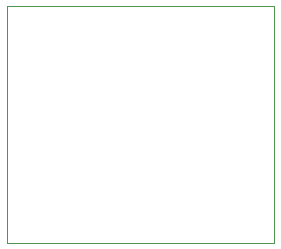
<source format=gbr>
%TF.GenerationSoftware,KiCad,Pcbnew,(5.1.9)-1*%
%TF.CreationDate,2021-04-04T18:43:18-05:00*%
%TF.ProjectId,S-VIDEO PCB Breakout Horizontal,532d5649-4445-44f2-9050-434220427265,rev?*%
%TF.SameCoordinates,Original*%
%TF.FileFunction,Profile,NP*%
%FSLAX46Y46*%
G04 Gerber Fmt 4.6, Leading zero omitted, Abs format (unit mm)*
G04 Created by KiCad (PCBNEW (5.1.9)-1) date 2021-04-04 18:43:18*
%MOMM*%
%LPD*%
G01*
G04 APERTURE LIST*
%TA.AperFunction,Profile*%
%ADD10C,0.050000*%
%TD*%
G04 APERTURE END LIST*
D10*
X139980000Y-120910000D02*
X140020000Y-120910000D01*
X140030000Y-120910000D02*
X162620000Y-120920000D01*
X139990000Y-100850000D02*
X139980000Y-120910000D01*
X162590000Y-100860000D02*
X139990000Y-100850000D01*
X162600000Y-120920000D02*
X162590000Y-100860000D01*
M02*

</source>
